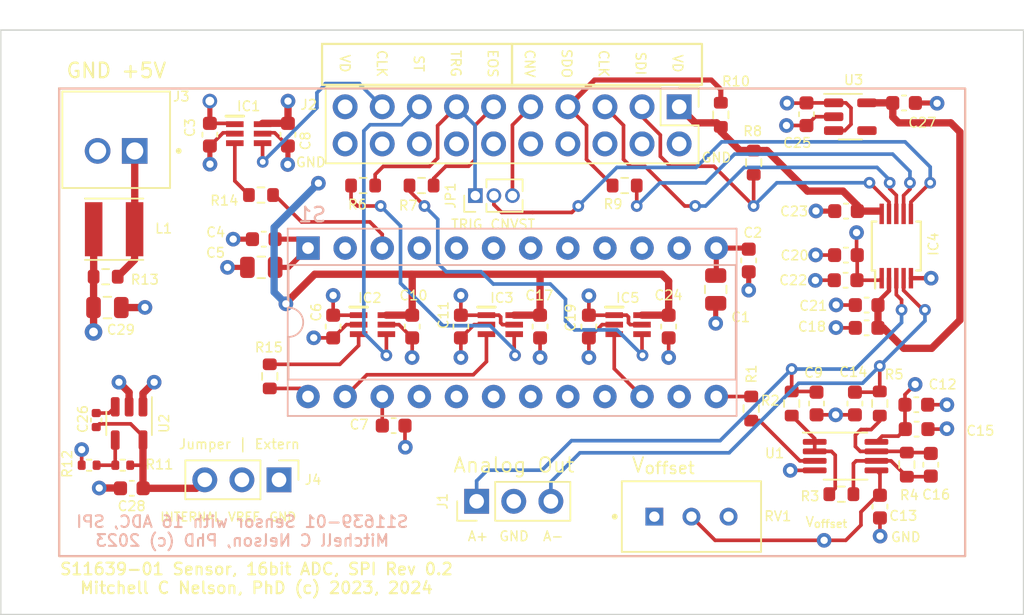
<source format=kicad_pcb>
(kicad_pcb (version 20211014) (generator pcbnew)
  (title_block (title "S11639-01 Sensor Board with SPI interface") (date "2023-12-25") (rev "0.1") (company "Mitchell C Nelson, PhD (c) 2023"))
  (layers (0 "F.Cu" signal) (1 "In1.Cu" signal) (2 "In2.Cu" signal) (31 "B.Cu" signal) (34 "B.Paste" user) (35 "F.Paste" user) (36 "B.SilkS" user "B.Silkscreen") (37 "F.SilkS" user "F.Silkscreen") (38 "B.Mask" user) (39 "F.Mask" user) (44 "Edge.Cuts" user))
  (net 0 "")
  (net 1 "+5V")
  (net 2 "Earth")
  (net 3 "Net-(C7-Pad1)")
  (net 4 "VD")
  (net 5 "Net-(C9-Pad2)")
  (net 6 "VAA")
  (net 7 "Net-(C13-Pad1)")
  (net 8 "Net-(C14-Pad1)")
  (net 9 "Net-(C16-Pad1)")
  (net 10 "Net-(C16-Pad2)")
  (net 11 "+1V8")
  (net 12 "Net-(C26-Pad2)")
  (net 13 "Net-(IC1-Pad3)")
  (net 14 "Net-(IC2-Pad3)")
  (net 15 "Net-(IC3-Pad3)")
  (net 16 "Net-(IC3-Pad4)")
  (net 17 "Net-(C26-Pad1)")
  (net 18 "Net-(IC4-Pad7)")
  (net 19 "Net-(R11-Pad2)")
  (net 20 "Net-(IC5-Pad3)")
  (net 21 "Net-(IC5-Pad4)")
  (net 22 "/+4_6.5V_input")
  (net 23 "Net-(R1-Pad1)")
  (net 24 "Net-(R1-Pad2)")
  (net 25 "Net-(R2-Pad1)")
  (net 41 "CCD:CLK")
  (net 42 "CCD:ST")
  (net 43 "SPI:SDI")
  (net 44 "SPI:CLK")
  (net 45 "Net-(J2-Pad9)")
  (net 46 "SPI:SDO")
  (net 47 "CCD:EOS")
  (net 48 "CCD:TRIG")
  (net 49 "SPI:CNVST")
  (net 50 "Net-(R14-Pad2)")
  (net 51 "Net-(R15-Pad2)")
  (footprint "Resistor_SMD:R_0603_1608Metric" (layer "F.Cu") (at 137.7 90.64 180)
    (fp_text reference "R9")
    (fp_text value "49.9")
  )
  (footprint "Capacitor_SMD:C_0603_1608Metric" (layer "F.Cu") (at 154.26 100.38 180)
    (fp_text reference "C18")
    (fp_text value "1uF")
  )
  (footprint "Capacitor_SMD:C_0603_1608Metric" (layer "F.Cu") (at 113 94.31 180)
    (fp_text reference "C4")
    (fp_text value "0.1uF")
  )
  (footprint "Capacitor_SMD:C_0603_1608Metric" (layer "F.Cu") (at 117.75 100.29 -90)
    (fp_text reference "C6")
    (fp_text value "0.1uF")
  )
  (footprint "Resistor_SMD:R_0603_1608Metric" (layer "F.Cu") (at 157.01 109.74 -90)
    (fp_text reference "R4")
    (fp_text value "2k")
  )
  (footprint "Capacitor_SMD:C_0603_1608Metric" (layer "F.Cu") (at 157.68 107.31)
    (fp_text reference "C15")
    (fp_text value "0.1uF")
  )
  (footprint "Connector_PinHeader_2.54mm:PinHeader_1x03_P2.54mm_Vertical" (layer "F.Cu") (at 114.045 110.78 -90)
    (fp_text reference "J4")
    (fp_text value "Conn_01x03_Male")
  )
  (footprint "Capacitor_SMD:C_0603_1608Metric" (layer "F.Cu") (at 114.653332 87.16 -90)
    (fp_text reference "C8")
    (fp_text value "0.1uF")
  )
  (footprint "Resistor_SMD:R_0603_1608Metric" (layer "F.Cu") (at 146.36 105.9 -90)
    (fp_text reference "R1")
    (fp_text value "100")
  )
  (footprint "BournsTrimPot_3296W-1-502LF:TRIM_3296W-1-502LF" (layer "F.Cu") (at 142.27 113.3)
    (fp_text reference "RV1")
    (fp_text value "10K")
  )
  (footprint "Resistor_SMD:R_0603_1608Metric" (layer "F.Cu") (at 144.28 85.8 90)
    (fp_text reference "R10")
    (fp_text value "30K")
  )
  (footprint "Package_TO_SOT_SMD:SOT-23-5" (layer "F.Cu") (at 153.1425 85.93)
    (fp_text reference "U3")
    (fp_text value "TPS72218")
  )
  (footprint "Capacitor_SMD:C_0603_1608Metric" (layer "F.Cu") (at 152.84 95.4 180)
    (fp_text reference "C20")
    (fp_text value "10uF")
  )
  (footprint "Package_TO_SOT_SMD:TSOT-23-5" (layer "F.Cu") (at 103.785 106.92 -90)
    (fp_text reference "U2")
    (fp_text value "LT1761-BYP")
  )
  (footprint "Package_SO:MSOP-10_3x3mm_P0.5mm" (layer "F.Cu") (at 156.29 94.78 90)
    (fp_text reference "IC4")
    (fp_text value "MCP33131D-10-I_MS")
  )
  (footprint "Connector_PinHeader_2.54mm:PinHeader_2x10_P2.54mm_Vertical" (layer "F.Cu") (at 141.43 85.25 -90)
    (fp_text reference "J2")
    (fp_text value "Conn_02x10_Odd_Even")
  )
  (footprint "Capacitor_SMD:C_0805_2012Metric" (layer "F.Cu") (at 112.83 96.24 180)
    (fp_text reference "C5")
    (fp_text value "22uF")
  )
  (footprint "Resistor_SMD:R_0603_1608Metric" (layer "F.Cu") (at 113.41 103.7 -90)
    (fp_text reference "R15")
    (fp_text value "82")
  )
  (footprint "74VLC1T45GW_125:SOT65P210X110-6N" (layer "F.Cu") (at 120.443334 100.16)
    (fp_text reference "IC2")
    (fp_text value "74LVC1T45GW,125" hide)
  )
  (footprint "Resistor_SMD:R_0402_1005Metric" (layer "F.Cu") (at 101.05 109.78 180)
    (fp_text reference "R12")
    (fp_text value "4.4K")
  )
  (footprint "Resistor_SMD:R_0603_1608Metric" (layer "F.Cu") (at 149.13 105.5575 90)
    (fp_text reference "R2")
    (fp_text value "24.9")
  )
  (footprint "Resistor_SMD:R_0603_1608Metric" (layer "F.Cu") (at 123.8 90.64)
    (fp_text reference "R7")
    (fp_text value "49.9")
  )
  (footprint "Connector_PinHeader_1.27mm:PinHeader_1x03_P1.27mm_Vertical" (layer "F.Cu") (at 127.48 91.33 90)
    (fp_text reference "JP1")
    (fp_text value "Jumper_3_Bridged12")
  )
  (footprint "Capacitor_SMD:C_0603_1608Metric" (layer "F.Cu") (at 146.19 95.77 -90)
    (fp_text reference "C2")
    (fp_text value "0.1uF")
  )
  (footprint "Capacitor_SMD:C_0603_1608Metric" (layer "F.Cu") (at 103.97 111.36 180)
    (fp_text reference "C28")
    (fp_text value "10uF")
  )
  (footprint "Capacitor_SMD:C_0603_1608Metric" (layer "F.Cu") (at 152.85 92.39 180)
    (fp_text reference "C23")
    (fp_text value "0.1uF")
  )
  (footprint "Capacitor_SMD:C_0603_1608Metric" (layer "F.Cu") (at 150.1425 85.76 -90)
    (fp_text reference "C25")
    (fp_text value "1uF")
  )
  (footprint "Capacitor_SMD:C_0603_1608Metric" (layer "F.Cu") (at 153.4575 105.5575 -90)
    (fp_text reference "C14")
    (fp_text value "1nF")
  )
  (footprint "Resistor_SMD:R_0603_1608Metric" (layer "F.Cu") (at 102.18 96.88 180)
    (fp_text reference "R13")
    (fp_text value "100")
  )
  (footprint "Inductor_SMD:L_Taiyo-Yuden_NR-40xx" (layer "F.Cu") (at 102.76 93.63 180)
    (fp_text reference "L1")
    (fp_text value "10uH")
  )
  (footprint "Resistor_SMD:R_0603_1608Metric" (layer "F.Cu") (at 146.53 89.07 -90)
    (fp_text reference "R8")
    (fp_text value "10K")
  )
  (footprint "Capacitor_SMD:C_0603_1608Metric" (layer "F.Cu") (at 131.91 100.29 -90)
    (fp_text reference "C17")
    (fp_text value "0.1uF")
  )
  (footprint "Capacitor_SMD:C_0603_1608Metric" (layer "F.Cu") (at 152.82 97.12 180)
    (fp_text reference "C22")
    (fp_text value "100pf")
  )
  (footprint "Capacitor_SMD:C_0603_1608Metric" (layer "F.Cu") (at 123.16 100.29 -90)
    (fp_text reference "C10")
    (fp_text value "0.1uF")
  )
  (footprint "Resistor_SMD:R_0402_1005Metric" (layer "F.Cu") (at 103.35 109.78 180)
    (fp_text reference "R11")
    (fp_text value "10K")
  )
  (footprint "Connector_PinHeader_2.54mm:PinHeader_1x03_P2.54mm_Vertical" (layer "F.Cu") (at 127.57 112.25 90)
    (fp_text reference "J1")
    (fp_text value "Conn_01x03_Male")
  )
  (footprint "Capacitor_SMD:C_0805_2012Metric" (layer "F.Cu") (at 102.3 98.99)
    (fp_text reference "C29")
    (fp_text value "22uF")
  )
  (footprint "Capacitor_SMD:C_0603_1608Metric" (layer "F.Cu") (at 154.26 98.82 180)
    (fp_text reference "C21")
    (fp_text value "0.1uF")
  )
  (footprint "Capacitor_SMD:C_0603_1608Metric" (layer "F.Cu") (at 121.89 107.07)
    (fp_text reference "C7")
    (fp_text value "1uF")
  )
  (footprint "Capacitor_SMD:C_0603_1608Metric" (layer "F.Cu") (at 150.83 105.5575 90)
    (fp_text reference "C9")
    (fp_text value "1nF")
  )
  (footprint "Resistor_SMD:R_0603_1608Metric" (layer "F.Cu") (at 112.81 91.29)
    (fp_text reference "R14")
    (fp_text value "82")
  )
  (footprint "Capacitor_SMD:C_0603_1608Metric" (layer "F.Cu") (at 140.71 100.29 -90)
    (fp_text reference "C24")
    (fp_text value "0.1uF")
  )
  (footprint "74VLC1T45GW_125:SOT65P210X110-6N" (layer "F.Cu") (at 137.936668 100.16)
    (fp_text reference "IC5")
    (fp_text value "74LVC1T45GW,125" hide)
  )
  (footprint "Resistor_SMD:R_0603_1608Metric" (layer "F.Cu") (at 152.53 111.7625)
    (fp_text reference "R3")
    (fp_text value "2k")
  )
  (footprint "Capacitor_SMD:C_0402_1005Metric" (layer "F.Cu") (at 101.535 106.69 90)
    (fp_text reference "C26")
    (fp_text value "0.01uF")
  )
  (footprint "Package_SO:MSOP-8_3x3mm_P0.65mm" (layer "F.Cu") (at 152.8175 109.1575)
    (fp_text reference "U1")
    (fp_text value "ADA4807-2ARMZ-R7")
  )
  (footprint "74VLC1T45GW_125:SOT65P210X110-6N" (layer "F.Cu") (at 111.97 87.09)
    (fp_text reference "IC1")
    (fp_text value "74LVC1T45GW,125" hide)
  )
  (footprint "Capacitor_SMD:C_0603_1608Metric" (layer "F.Cu") (at 157.66 105.64)
    (fp_text reference "C12")
    (fp_text value "10uF")
  )
  (footprint "74VLC1T45GW_125:SOT65P210X110-6N" (layer "F.Cu") (at 129.19 100.16)
    (fp_text reference "IC3")
    (fp_text value "74LVC1T45GW,125" hide)
  )
  (footprint "705430001:MOLEX_705430001" (layer "F.Cu") (at 102.9 88.27)
    (fp_text reference "J3")
    (fp_text value "705430001")
  )
  (footprint "Capacitor_SMD:C_0805_2012Metric" (layer "F.Cu") (at 143.93 97.75 -90)
    (fp_text reference "C1")
    (fp_text value "22uF")
  )
  (footprint "Capacitor_SMD:C_0603_1608Metric" (layer "F.Cu") (at 135.25 100.29 -90)
    (fp_text reference "C19")
    (fp_text value "0.1uF")
  )
  (footprint "Resistor_SMD:R_0603_1608Metric" (layer "F.Cu") (at 155.1575 105.5575 90)
    (fp_text reference "R5")
    (fp_text value "24.9")
  )
  (footprint "Capacitor_SMD:C_0603_1608Metric" (layer "F.Cu") (at 158.65 109.75 -90)
    (fp_text reference "C16")
    (fp_text value "2p")
  )
  (footprint "Capacitor_SMD:C_0603_1608Metric" (layer "F.Cu") (at 156.82 84.99)
    (fp_text reference "C27")
    (fp_text value "1uF")
  )
  (footprint "Capacitor_SMD:C_0603_1608Metric" (layer "F.Cu") (at 126.49 100.29 -90)
    (fp_text reference "C11")
    (fp_text value "0.1uF")
  )
  (footprint "Capacitor_SMD:C_0603_1608Metric" (layer "F.Cu") (at 109.313332 87.16 -90)
    (fp_text reference "C3")
    (fp_text value "0.1uF")
  )
  (footprint "Capacitor_SMD:C_0603_1608Metric" (layer "F.Cu") (at 155.17 112.6125 -90)
    (fp_text reference "C13")
    (fp_text value "0.1uF")
  )
  (footprint "Resistor_SMD:R_0603_1608Metric" (layer "F.Cu") (at 119.8 90.64)
    (fp_text reference "R6")
    (fp_text value "49.9")
  )
  (footprint "Package_DIP:DIP-24_W10.16mm_Socket" (layer "B.Cu") (at 116.03 94.92 -90)
    (fp_text reference "S1")
    (fp_text value "S11639-01")
  )
  (gr_rect (start 99 116) (end 161 84) (layer "B.SilkS") (width 0.15) (fill none))
  (gr_rect (start 116.99 80.95) (end 129.99 83.75) (layer "F.SilkS") (width 0.15) (fill none))
  (gr_rect (start 129.99 80.95) (end 142.99 83.75) (layer "F.SilkS") (width 0.15) (fill none))
  (gr_rect (start 99 84) (end 161 116) (layer "F.SilkS") (width 0.15) (fill none))
  (gr_rect (start 95 80) (end 165 120) (layer "Edge.Cuts") (width 0.1) (fill none))
  (gr_text "S11639-01 Sensor with 16 ADC, SPI\nMitchell C Nelson, PhD (c) 2023" (at 111.53 114.29) (layer "B.SilkS") (effects (font (size 0.8 0.8) (thickness 0.14)) (justify mirror)))
  (gr_text "GND" (at 101.03 82.77) (layer "F.SilkS") (effects (font (size 1 1))))
  (gr_text "A+" (at 127.66 114.64) (layer "F.SilkS") (effects (font (size 0.66 0.66) (thickness 0.1))))
  (gr_text "SDO" (at 133.73 82.29 270) (layer "F.SilkS") (effects (font (size 0.66 0.66) (thickness 0.1))))
  (gr_text "CNVST" (at 130.04 93.3) (layer "F.SilkS") (effects (font (size 0.66 0.66) (thickness 0.1))))
  (gr_text "SDI" (at 138.79 82.29 270) (layer "F.SilkS") (effects (font (size 0.66 0.66) (thickness 0.1))))
  (gr_text "INTERNAL" (at 108 113.32) (layer "F.SilkS") (effects (font (size 0.6 0.6) (thickness 0.1))))
  (gr_text "Analog Out" (at 130.12 109.77) (layer "F.SilkS") (effects (font (size 1 1) (thickness 0.12))))
  (gr_text "GND" (at 114.3 113.32) (layer "F.SilkS") (effects (font (size 0.6 0.6) (thickness 0.1))))
  (gr_text "S11639-01 Sensor, 16bit ADC, SPI Rev 0.2\nMitchell C Nelson, PhD (c) 2023, 2024" (at 112.5 117.53) (layer "F.SilkS") (effects (font (size 0.8 0.8) (thickness 0.14))))
  (gr_text "TRIG" (at 126.9 93.3) (layer "F.SilkS") (effects (font (size 0.66 0.66) (thickness 0.1))))
  (gr_text "VD" (at 118.55 82.29 270) (layer "F.SilkS") (effects (font (size 0.66 0.66) (thickness 0.1))))
  (gr_text "ST" (at 123.61 82.29 270) (layer "F.SilkS") (effects (font (size 0.66 0.66) (thickness 0.1))))
  (gr_text "CLK" (at 121.08 82.29 270) (layer "F.SilkS") (effects (font (size 0.66 0.66) (thickness 0.1))))
  (gr_text "GND" (at 143.98 88.73) (layer "F.SilkS") (effects (font (size 0.66 0.66) (thickness 0.1))))
  (gr_text "V_{offset}" (at 151.5 113.66) (layer "F.SilkS") (effects (font (size 0.66 0.66) (thickness 0.1))))
  (gr_text "GND" (at 130.13 114.64) (layer "F.SilkS") (effects (font (size 0.66 0.66) (thickness 0.1))))
  (gr_text "A-" (at 132.81 114.64) (layer "F.SilkS") (effects (font (size 0.66 0.66) (thickness 0.1))))
  (gr_text "TRG" (at 126.14 82.29 270) (layer "F.SilkS") (effects (font (size 0.66 0.66) (thickness 0.1))))
  (gr_text "EOS" (at 128.67 82.29 270) (layer "F.SilkS") (effects (font (size 0.66 0.66) (thickness 0.1))))
  (gr_text "VD" (at 141.32 82.29 270) (layer "F.SilkS") (effects (font (size 0.66 0.66) (thickness 0.1))))
  (gr_text "GND" (at 116.22 89.05) (layer "F.SilkS") (effects (font (size 0.66 0.66) (thickness 0.1))))
  (gr_text "VREF" (at 111.65 113.32) (layer "F.SilkS") (effects (font (size 0.6 0.6) (thickness 0.1))))
  (gr_text "CNV" (at 131.2 82.29 270) (layer "F.SilkS") (effects (font (size 0.66 0.66) (thickness 0.1))))
  (gr_text "+5V" (at 104.79 82.77) (layer "F.SilkS") (effects (font (size 1 1))))
  (gr_text "Jumper | Extern" (at 107.13 108.34) (layer "F.SilkS") (effects (font (size 0.66 0.66) (thickness 0.1)) (justify left)))
  (gr_text "GND" (at 156.94 114.7) (layer "F.SilkS") (effects (font (size 0.66 0.66) (thickness 0.1))))
  (gr_text "CLK" (at 136.26 82.29 270) (layer "F.SilkS") (effects (font (size 0.66 0.66) (thickness 0.1))))
  (gr_text "V_{offset}" (at 140.34 109.77) (layer "F.SilkS") (effects (font (size 1 1) (thickness 0.12))))
  (segment (start 113.78 96.24) (end 114.71 96.24) (width 0.35) (layer "F.Cu") (net 1))
  (segment (start 137.961668 100.035) (end 138.086668 100.16) (width 0.25) (layer "F.Cu") (net 1))
  (segment (start 137.836668 99.51) (end 137.961668 99.635) (width 0.25) (layer "F.Cu") (net 1))
  (segment (start 152.76 86.88) (end 153.19 86.45) (width 0.25) (layer "F.Cu") (net 1))
  (segment (start 104.735 105.7825) (end 104.735 104.865) (width 0.5) (layer "F.Cu") (net 1))
  (segment (start 137.961668 99.635) (end 137.961668 100.035) (width 0.25) (layer "F.Cu") (net 1))
  (segment (start 129.09 99.51) (end 129.215 99.635) (width 0.25) (layer "F.Cu") (net 1))
  (segment (start 152.84 84.98) (end 152.005 84.98) (width 0.25) (layer "F.Cu") (net 1))
  (segment (start 153.19 85.33) (end 152.84 84.98) (width 0.25) (layer "F.Cu") (net 1))
  (segment (start 138.086668 100.16) (end 138.886668 100.16) (width 0.25) (layer "F.Cu") (net 1))
  (segment (start 119.488334 99.515) (end 119.493334 99.51) (width 0.25) (layer "F.Cu") (net 1))
  (segment (start 148.8125 85) (end 150.1275 85) (width 0.25) (layer "F.Cu") (net 1))
  (segment (start 101.355 96.88) (end 101.355 98.985) (width 0.5) (layer "F.Cu") (net 1))
  (segment (start 150.1425 84.985) (end 152 84.985) (width 0.25) (layer "F.Cu") (net 1))
  (segment (start 109.313332 84.863332) (end 109.31 84.86) (width 0.25) (layer "F.Cu") (net 1))
  (segment (start 136.986668 99.51) (end 137.836668 99.51) (width 0.25) (layer "F.Cu") (net 1))
  (segment (start 126.49 99.515) (end 128.235 99.515) (width 0.25) (layer "F.Cu") (net 1))
  (segment (start 128.24 99.51) (end 129.09 99.51) (width 0.25) (layer "F.Cu") (net 1))
  (segment (start 152 84.985) (end 152.005 84.98) (width 0.25) (layer "F.Cu") (net 1))
  (segment (start 101.36 96.875) (end 101.355 96.88) (width 0.25) (layer "F.Cu") (net 1))
  (segment (start 114.71 96.24) (end 116.03 94.92) (width 0.35) (layer "F.Cu") (net 1))
  (segment (start 150.1275 85) (end 150.1425 84.985) (width 0.25) (layer "F.Cu") (net 1))
  (segment (start 117.75 99.515) (end 119.488334 99.515) (width 0.25) (layer "F.Cu") (net 1))
  (segment (start 109.313332 86.385) (end 111.015 86.385) (width 0.25) (layer "F.Cu") (net 1))
  (segment (start 115.42 94.31) (end 116.03 94.92) (width 0.35) (layer "F.Cu") (net 1))
  (segment (start 136.981668 99.515) (end 136.986668 99.51) (width 0.25) (layer "F.Cu") (net 1))
  (segment (start 126.49 99.515) (end 126.49 98.16) (width 0.25) (layer "F.Cu") (net 1))
  (segment (start 146.115 94.92) (end 146.19 94.995) (width 0.25) (layer "F.Cu") (net 1))
  (segment (start 128.235 99.515) (end 128.24 99.51) (width 0.25) (layer "F.Cu") (net 1))
  (segment (start 143.97 94.92) (end 146.115 94.92) (width 0.35) (layer "F.Cu") (net 1))
  (segment (start 129.34 100.16) (end 130.14 100.16) (width 0.25) (layer "F.Cu") (net 1))
  (segment (start 143.97 96.76) (end 143.93 96.8) (width 0.25) (layer "F.Cu") (net 1))
  (segment (start 109.313332 86.385) (end 109.313332 84.863332) (width 0.35) (layer "F.Cu") (net 1))
  (segment (start 129.215 100.035) (end 129.34 100.16) (width 0.25) (layer "F.Cu") (net 1))
  (segment (start 129.215 99.635) (end 129.215 100.035) (width 0.25) (layer "F.Cu") (net 1))
  (segment (start 153.19 86.45) (end 153.19 85.33) (width 0.25) (layer "F.Cu") (net 1))
  (segment (start 143.97 94.92) (end 143.97 96.76) (width 0.35) (layer "F.Cu") (net 1))
  (segment (start 104.735 104.865) (end 105.5 104.1) (width 0.5) (layer "F.Cu") (net 1))
  (segment (start 135.25 99.515) (end 135.25 98.18) (width 0.25) (layer "F.Cu") (net 1))
  (segment (start 135.25 99.515) (end 136.981668 99.515) (width 0.25) (layer "F.Cu") (net 1))
  (segment (start 152.005 86.88) (end 152.76 86.88) (width 0.25) (layer "F.Cu") (net 1))
  (segment (start 113.775 94.31) (end 115.42 94.31) (width 0.35) (layer "F.Cu") (net 1))
  (segment (start 117.75 99.515) (end 117.75 98.16) (width 0.25) (layer "F.Cu") (net 1))
  (segment (start 101.355 98.985) (end 101.355 100.655) (width 0.5) (layer "F.Cu") (net 1))
  (segment (start 101.36 93.63) (end 101.36 96.875) (width 0.5) (layer "F.Cu") (net 1))
  (via (at 148.8125 85) (size 1) (drill 0.5) (layers "F.Cu" "B.Cu") (net 1))
  (via (at 109.31 84.86) (size 1) (drill 0.6) (layers "F.Cu" "B.Cu") (net 1))
  (via (at 105.5 104.1) (size 1) (drill 0.5) (layers "F.Cu" "B.Cu") (net 1))
  (via (at 126.49 98.16) (size 1) (drill 0.5) (layers "F.Cu" "B.Cu") (net 1))
  (via (at 101.35 100.66) (size 1.2) (drill 0.6) (layers "F.Cu" "B.Cu") (net 1))
  (via (at 135.25 98.18) (size 1) (drill 0.5) (layers "F.Cu" "B.Cu") (net 1))
  (via (at 117.75 98.16) (size 1) (drill 0.5) (layers "F.Cu" "B.Cu") (net 1))
  (segment (start 152.14 106.3325) (end 153.4575 106.3325) (width 0.25) (layer "F.Cu") (net 2))
  (segment (start 127.395 100.16) (end 128.24 100.16) (width 0.25) (layer "F.Cu") (net 2))
  (segment (start 123.16 102.4) (end 123.15 102.41) (width 0.25) (layer "F.Cu") (net 2))
  (segment (start 131.91 101.065) (end 131.91 102.41) (width 0.25) (layer "F.Cu") (net 2))
  (segment (start 122.665 108.525) (end 122.69 108.55) (width 0.25) (layer "F.Cu") (net 2))
  (segment (start 153.485 98.82) (end 152.18 98.82) (width 0.25) (layer "F.Cu") (net 2))
  (segment (start 152.065 95.4) (end 150.78 95.4) (width 0.25) (layer "F.Cu") (net 2))
  (segment (start 111.88 96.24) (end 110.52 96.24) (width 0.35) (layer "F.Cu") (net 2))
  (segment (start 158.455 107.31) (end 159.72 107.31) (width 0.25) (layer "F.Cu") (net 2))
  (segment (start 148.7725 86.53) (end 150.1375 86.53) (width 0.25) (layer "F.Cu") (net 2))
  (segment (start 112.92 87.03) (end 113.748332 87.03) (width 0.25) (layer "F.Cu") (net 2))
  (segment (start 140.71 101.065) (end 140.71 102.41) (width 0.25) (layer "F.Cu") (net 2))
  (segment (start 116.425 101.065) (end 116.42 101.06) (width 0.25) (layer "F.Cu") (net 2))
  (segment (start 149.03 110.1325) (end 150.705 110.1325) (width 0.25) (layer "F.Cu") (net 2))
  (segment (start 150.83 106.3325) (end 152.14 106.3325) (width 0.25) (layer "F.Cu") (net 2))
  (segment (start 159.72 107.31) (end 159.75 107.28) (width 0.25) (layer "F.Cu") (net 2))
  (segment (start 150.1375 86.53) (end 150.1425 86.535) (width 0.25) (layer "F.Cu") (net 2))
  (segment (start 118.655 100.16) (end 119.493334 100.16) (width 0.25) (layer "F.Cu") (net 2))
  (segment (start 103.785 104.795) (end 103.785 105.7825) (width 0.5) (layer "F.Cu") (net 2))
  (segment (start 150.76 97.12) (end 150.75 97.13) (width 0.25) (layer "F.Cu") (net 2))
  (segment (start 152.045 97.12) (end 150.76 97.12) (width 0.25) (layer "F.Cu") (net 2))
  (segment (start 150.78 95.4) (end 150.77 95.39) (width 0.25) (layer "F.Cu") (net 2))
  (segment (start 112.225 94.31) (end 110.91 94.31) (width 0.35) (layer "F.Cu") (net 2))
  (segment (start 117.75 101.065) (end 118.655 100.16) (width 0.25) (layer "F.Cu") (net 2))
  (segment (start 123.16 101.065) (end 123.16 102.4) (width 0.25) (layer "F.Cu") (net 2))
  (segment (start 114.653332 87.935) (end 114.653332 89.186668) (width 0.35) (layer "F.Cu") (net 2))
  (segment (start 150.7475 85.93) (end 152.005 85.93) (width 0.25) (layer "F.Cu") (net 2))
  (segment (start 152.18 100.38) (end 152.16 100.36) (width 0.25) (layer "F.Cu") (net 2))
  (segment (start 103.25 98.99) (end 104.86 98.99) (width 0.5) (layer "F.Cu") (net 2))
  (segment (start 113.748332 87.03) (end 114.653332 87.935) (width 0.25) (layer "F.Cu") (net 2))
  (segment (start 101.74 111.34) (end 103.175 111.34) (width 0.5) (layer "F.Cu") (net 2))
  (segment (start 158.435 105.64) (end 159.75 105.64) (width 0.25) (layer "F.Cu") (net 2))
  (segment (start 109.313332 87.935) (end 109.313332 89.173332) (width 0.35) (layer "F.Cu") (net 2))
  (segment (start 155.17 114.6225) (end 155.18 114.6325) (width 0.25) (layer "F.Cu") (net 2))
  (segment (start 152.18 98.82) (end 152.17 98.81) (width 0.25) (layer "F.Cu") (net 2))
  (segment (start 100.54 109.78) (end 100.54 108.71) (width 0.25) (layer "F.Cu") (net 2))
  (segment (start 122.665 107.07) (end 122.665 108.525) (width 0.25) (layer "F.Cu") (net 2))
  (segment (start 136.155 100.16) (end 135.25 101.065) (width 0.25) (layer "F.Cu") (net 2))
  (segment (start 152.075 92.39) (end 150.8 92.39) (width 0.35) (layer "F.Cu") (net 2))
  (segment (start 155.17 113.3875) (end 155.17 114.6225) (width 0.25) (layer "F.Cu") (net 2))
  (segment (start 121.393334 100.16) (end 122.255 100.16) (width 0.25) (layer "F.Cu") (net 2))
  (segment (start 103.09 104.1) (end 103.785 104.795) (width 0.5) (layer "F.Cu") (net 2))
  (segment (start 146.19 96.545) (end 146.19 97.8) (width 0.35) (layer "F.Cu") (net 2))
  (segment (start 126.49 101.065) (end 126.49 102.37) (width 0.25) (layer "F.Cu") (net 2))
  (segment (start 153.485 100.38) (end 152.18 100.38) (width 0.25) (layer "F.Cu") (net 2))
  (segment (start 157.595 84.99) (end 159.06 84.99) (width 0.35) (layer "F.Cu") (net 2))
  (segment (start 150.1425 86.535) (end 150.7475 85.93) (width 0.25) (layer "F.Cu") (net 2))
  (segment (start 117.75 101.065) (end 116.425 101.065) (width 0.25) (layer "F.Cu") (net 2))
  (segment (start 111.02 87.03) (end 110.218332 87.03) (width 0.25) (layer "F.Cu") (net 2))
  (segment (start 143.93 98.7) (end 143.93 100.07) (width 0.35) (layer "F.Cu") (net 2))
  (segment (start 110.218332 87.03) (end 109.313332 87.935) (width 0.25) (layer "F.Cu") (net 2))
  (segment (start 122.255 100.16) (end 123.16 101.065) (width 0.25) (layer "F.Cu") (net 2))
  (segment (start 150.8 92.39) (end 150.79 92.38) (width 0.25) (layer "F.Cu") (net 2))
  (segment (start 114.653332 89.186668) (end 114.64 89.2) (width 0.25) (layer "F.Cu") (net 2))
  (segment (start 109.313332 89.173332) (end 109.32 89.18) (width 0.25) (layer "F.Cu") (net 2))
  (segment (start 103.175 111.34) (end 103.195 111.36) (width 0.25) (layer "F.Cu") (net 2))
  (segment (start 135.25 101.065) (end 135.25 102.37) (width 0.25) (layer "F.Cu") (net 2))
  (segment (start 126.49 101.065) (end 127.395 100.16) (width 0.25) (layer "F.Cu") (net 2))
  (segment (start 157.29 96.98) (end 158.67 96.98) (width 0.3) (layer "F.Cu") (net 2))
  (segment (start 136.986668 100.16) (end 136.155 100.16) (width 0.25) (layer "F.Cu") (net 2))
  (segment (start 159.06 84.99) (end 159.08 85.01) (width 0.25) (layer "F.Cu") (net 2))
  (via (at 150.75 97.13) (size 1) (drill 0.5) (layers "F.Cu" "B.Cu") (net 2))
  (via (at 116.42 101.06) (size 1) (drill 0.5) (layers "F.Cu" "B.Cu") (net 2))
  (via (at 143.93 100.07) (size 1) (drill 0.5) (layers "F.Cu" "B.Cu") (net 2))
  (via (at 110.91 94.31) (size 1) (drill 0.5) (layers "F.Cu" "B.Cu") (net 2))
  (via (at 150.77 95.39) (size 1) (drill 0.5) (layers "F.Cu" "B.Cu") (net 2))
  (via (at 158.67 96.98) (size 1) (drill 0.5) (layers "F.Cu" "B.Cu") (net 2))
  (via (at 126.49 102.41) (size 1) (drill 0.5) (layers "F.Cu" "B.Cu") (net 2))
  (via (at 104.87 98.98) (size 1) (drill 0.5) (layers "F.Cu" "B.Cu") (net 2))
  (via (at 150.79 92.38) (size 1) (drill 0.5) (layers "F.Cu" "B.Cu") (net 2))
  (via (at 110.52 96.24) (size 1) (drill 0.5) (layers "F.Cu" "B.Cu") (net 2))
  (via (at 149.03 110.1325) (size 1) (drill 0.5) (layers "F.Cu" "B.Cu") (net 2))
  (via (at 131.91 102.41) (size 1) (drill 0.5) (layers "F.Cu" "B.Cu") (net 2))
  (via (at 155.18 114.6325) (size 1) (drill 0.5) (layers "F.Cu" "B.Cu") (net 2))
  (via (at 152.14 106.3325) (size 1) (drill 0.5) (layers "F.Cu" "B.Cu") (net 2))
  (via (at 148.7725 86.53) (size 1) (drill 0.5) (layers "F.Cu" "B.Cu") (net 2))
  (via (at 140.71 102.41) (size 1) (drill 0.5) (layers "F.Cu" "B.Cu") (net 2))
  (via (at 100.54 108.71) (size 1) (drill 0.5) (layers "F.Cu" "B.Cu") (net 2))
  (via (at 122.69 108.55) (size 1) (drill 0.5) (layers "F.Cu" "B.Cu") (net 2))
  (via (at 159.75 105.64) (size 1) (drill 0.5) (layers "F.Cu" "B.Cu") (net 2))
  (via (at 114.64 89.2) (size 1) (drill 0.5) (layers "F.Cu" "B.Cu") (net 2))
  (via (at 123.15 102.41) (size 1) (drill 0.5) (layers "F.Cu" "B.Cu") (net 2))
  (via (at 109.32 89.18) (size 1) (drill 0.5) (layers "F.Cu" "B.Cu") (net 2))
  (via (at 159.08 85.01) (size 1) (drill 0.5) (layers "F.Cu" "B.Cu") (net 2))
  (via (at 135.25 102.41) (size 1) (drill 0.5) (layers "F.Cu" "B.Cu") (net 2))
  (via (at 152.16 100.36) (size 1) (drill 0.5) (layers "F.Cu" "B.Cu") (net 2))
  (via (at 103.09 104.1) (size 1) (drill 0.5) (layers "F.Cu" "B.Cu") (net 2))
  (via (at 101.74 111.34) (size 1) (drill 0.5) (layers "F.Cu" "B.Cu") (net 2))
  (via (at 152.17 98.81) (size 1) (drill 0.5) (layers "F.Cu" "B.Cu") (net 2))
  (via (at 159.75 107.28) (size 1) (drill 0.5) (layers "F.Cu" "B.Cu") (net 2))
  (via (at 146.19 97.8) (size 1) (drill 0.5) (layers "F.Cu" "B.Cu") (net 2))
  (segment (start 121.11 107.065) (end 121.115 107.07) (width 0.25) (layer "F.Cu") (net 3))
  (segment (start 121.11 105.08) (end 121.11 107.065) (width 0.25) (layer "F.Cu") (net 3))
  (segment (start 114.515 98.735) (end 114.515 98.685) (width 0.5) (layer "F.Cu") (net 4))
  (segment (start 123.16 99.515) (end 123.16 96.75) (width 0.5) (layer "F.Cu") (net 4))
  (segment (start 121.393334 99.51) (end 123.155 99.51) (width 0.5) (layer "F.Cu") (net 4))
  (segment (start 130.14 99.51) (end 131.905 99.51) (width 0.5) (layer "F.Cu") (net 4))
  (segment (start 144.005 86.35) (end 144.28 86.625) (width 0.5) (layer "F.Cu") (net 4))
  (segment (start 143.6875 86.35) (end 144.005 86.35) (width 0.5) (layer "F.Cu") (net 4))
  (segment (start 152.64 91.02) (end 153.625 92.005) (width 0.5) (layer "F.Cu") (net 4))
  (segment (start 123.155 99.51) (end 123.16 99.515) (width 0.5) (layer "F.Cu") (net 4))
  (segment (start 131.91 96.71) (end 140.24 96.71) (width 0.5) (layer "F.Cu") (net 4))
  (segment (start 140.24 96.71) (end 140.71 97.18) (width 0.5) (layer "F.Cu") (net 4))
  (segment (start 145.5775 88.24) (end 146.525 88.24) (width 0.5) (layer "F.Cu") (net 4))
  (segment (start 140.705 99.51) (end 140.71 99.515) (width 0.5) (layer "F.Cu") (net 4))
  (segment (start 150.21 91.02) (end 152.64 91.02) (width 0.5) (layer "F.Cu") (net 4))
  (segment (start 146.53 88.245) (end 147.435 88.245) (width 0.5) (layer "F.Cu") (net 4))
  (segment (start 140.71 97.18) (end 140.71 99.515) (width 0.5) (layer "F.Cu") (net 4))
  (segment (start 123.16 96.75) (end 123.12 96.71) (width 0.5) (layer "F.Cu") (net 4))
  (segment (start 144.28 86.625) (end 144.28 86.9425) (width 0.5) (layer "F.Cu") (net 4))
  (segment (start 114.66 86.378332) (end 114.653332 86.385) (width 0.5) (layer "F.Cu") (net 4))
  (segment (start 114.515 98.685) (end 116.49 96.71) (width 0.5) (layer "F.Cu") (net 4))
  (segment (start 142.53 86.35) (end 143.6875 86.35) (width 0.5) (layer "F.Cu") (net 4))
  (segment (start 153.625 92.005) (end 153.625 92.39) (width 0.5) (layer "F.Cu") (net 4))
  (segment (start 131.91 99.515) (end 131.91 96.71) (width 0.5) (layer "F.Cu") (net 4))
  (segment (start 138.886668 99.51) (end 140.705 99.51) (width 0.5) (layer "F.Cu") (net 4))
  (segment (start 112.92 86.38) (end 114.648332 86.38) (width 0.5) (layer "F.Cu") (net 4))
  (segment (start 141.43 85.25) (end 142.53 86.35) (width 0.5) (layer "F.Cu") (net 4))
  (segment (start 114.66 84.86) (end 114.66 86.378332) (width 0.5) (layer "F.Cu") (net 4))
  (segment (start 144.28 86.9425) (end 145.5775 88.24) (width 0.5) (layer "F.Cu") (net 4))
  (segment (start 123.12 96.71) (end 131.91 96.71) (width 0.5) (layer "F.Cu") (net 4))
  (segment (start 147.435 88.245) (end 150.21 91.02) (width 0.5) (layer "F.Cu") (net 4))
  (segment (start 153.625 92.39) (end 155.1 92.39) (width 0.5) (layer "F.Cu") (net 4))
  (segment (start 131.905 99.51) (end 131.91 99.515) (width 0.5) (layer "F.Cu") (net 4))
  (segment (start 114.648332 86.38) (end 114.653332 86.385) (width 0.5) (layer "F.Cu") (net 4))
  (segment (start 116.49 96.71) (end 123.12 96.71) (width 0.5) (layer "F.Cu") (net 4))
  (segment (start 146.525 88.24) (end 146.53 88.245) (width 0.5) (layer "F.Cu") (net 4))
  (via (at 114.515 98.735) (size 1) (drill 0.5) (layers "F.Cu" "B.Cu") (net 4))
  (via (at 114.66 84.86) (size 1) (drill 0.5) (layers "F.Cu" "B.Cu") (net 4))
  (via (at 116.74 90.48) (size 1) (drill 0.5) (layers "F.Cu" "B.Cu") (net 4))
  (segment (start 113.71 97.93) (end 113.71 93.51) (width 0.5) (layer "B.Cu") (net 4))
  (segment (start 114.515 98.735) (end 113.71 97.93) (width 0.5) (layer "B.Cu") (net 4))
  (segment (start 113.71 93.51) (end 116.74 90.48) (width 0.5) (layer "B.Cu") (net 4))
  (segment (start 156.29 98.11) (end 156.65 98.47) (width 0.25) (layer "F.Cu") (net 5))
  (segment (start 149.13 104.7325) (end 150.78 104.7325) (width 0.25) (layer "F.Cu") (net 5))
  (segment (start 150.78 104.7325) (end 150.83 104.7825) (width 0.25) (layer "F.Cu") (net 5))
  (segment (start 156.29 96.98) (end 156.29 98.11) (width 0.25) (layer "F.Cu") (net 5))
  (segment (start 156.65 98.47) (end 156.65 99.15) (width 0.25) (layer "F.Cu") (net 5))
  (segment (start 149.13 104.7325) (end 149.13 103.2) (width 0.25) (layer "F.Cu") (net 5))
  (via (at 156.65 99.15) (size 0.8) (drill 0.4) (layers "F.Cu" "B.Cu") (net 5))
  (via (at 149.13 103.2) (size 0.8) (drill 0.4) (layers "F.Cu" "B.Cu") (net 5))
  (segment (start 127.57 110.85) (end 127.57 112.25) (width 0.25) (layer "B.Cu") (net 5))
  (segment (start 134.06 108.1) (end 132.04 110.12) (width 0.25) (layer "B.Cu") (net 5))
  (segment (start 149.13 103.2) (end 144.23 108.1) (width 0.25) (layer "B.Cu") (net 5))
  (segment (start 156.65 100.02) (end 156.65 99.15) (width 0.25) (layer "B.Cu") (net 5))
  (segment (start 153.47 103.2) (end 156.65 100.02) (width 0.25) (layer "B.Cu") (net 5))
  (segment (start 128.3 110.12) (end 127.57 110.85) (width 0.25) (layer "B.Cu") (net 5))
  (segment (start 144.23 108.1) (end 134.06 108.1) (width 0.25) (layer "B.Cu") (net 5))
  (segment (start 149.13 103.2) (end 153.47 103.2) (width 0.25) (layer "B.Cu") (net 5))
  (segment (start 132.04 110.12) (end 128.3 110.12) (width 0.25) (layer "B.Cu") (net 5))
  (segment (start 156.425 107.79) (end 156.905 107.31) (width 0.25) (layer "F.Cu") (net 6))
  (segment (start 157.58 104.25) (end 156.885 104.945) (width 0.25) (layer "F.Cu") (net 6))
  (segment (start 153.615 97.1) (end 153.595 97.12) (width 0.25) (layer "F.Cu") (net 6))
  (segment (start 153.57 95.355) (end 153.615 95.4) (width 0.25) (layer "F.Cu") (net 6))
  (segment (start 156.885 105.64) (end 156.885 107.29) (width 0.25) (layer "F.Cu") (net 6))
  (segment (start 155.3225 107.79) (end 156.425 107.79) (width 0.25) (layer "F.Cu") (net 6))
  (segment (start 155.15 97.12) (end 155.29 96.98) (width 0.25) (layer "F.Cu") (net 6))
  (segment (start 153.615 95.4) (end 153.615 97.1) (width 0.25) (layer "F.Cu") (net 6))
  (segment (start 154.93 108.1825) (end 155.3225 107.79) (width 0.25) (layer "F.Cu") (net 6))
  (segment (start 156.885 104.945) (end 156.885 105.64) (width 0.25) (layer "F.Cu") (net 6))
  (segment (start 153.595 97.12) (end 155.15 97.12) (width 0.25) (layer "F.Cu") (net 6))
  (segment (start 156.885 107.29) (end 156.905 107.31) (width 0.25) (layer "F.Cu") (net 6))
  (segment (start 153.57 93.86) (end 153.57 95.355) (width 0.25) (layer "F.Cu") (net 6))
  (via (at 157.58 104.25) (size 1) (drill 0.5) (layers "F.Cu" "B.Cu") (net 6))
  (via (at 153.57 93.86) (size 1) (drill 0.5) (layers "F.Cu" "B.Cu") (net 6))
  (segment (start 154.93 110.1325) (end 155.17 110.3725) (width 0.25) (layer "F.Cu") (net 7))
  (segment (start 143.89 114.92) (end 152.83 114.92) (width 0.25) (layer "F.Cu") (net 7))
  (segment (start 155.0125 111.8375) (end 155.17 111.8375) (width 0.25) (layer "F.Cu") (net 7))
  (segment (start 152.83 114.92) (end 153.87 113.88) (width 0.25) (layer "F.Cu") (net 7))
  (segment (start 155.17 110.3725) (end 155.17 111.8375) (width 0.25) (layer "F.Cu") (net 7))
  (segment (start 153.87 112.98) (end 155.0125 111.8375) (width 0.25) (layer "F.Cu") (net 7))
  (segment (start 153.87 113.88) (end 153.87 112.98) (width 0.25) (layer "F.Cu") (net 7))
  (segment (start 142.27 113.3) (end 143.89 114.92) (width 0.25) (layer "F.Cu") (net 7))
  (via (at 151.35 114.92) (size 1) (drill 0.5) (layers "F.Cu" "B.Cu") (net 7))
  (segment (start 153.4575 104.7825) (end 155.1075 104.7825) (width 0.25) (layer "F.Cu") (net 8))
  (segment (start 155.1575 102.9925) (end 155.1575 104.7325) (width 0.25) (layer "F.Cu") (net 8))
  (segment (start 155.1075 104.7825) (end 155.1575 104.7325) (width 0.25) (layer "F.Cu") (net 8))
  (segment (start 156.79 97.82) (end 156.79 96.98) (width 0.25) (layer "F.Cu") (net 8))
  (segment (start 158.12 99.15) (end 156.79 97.82) (width 0.25) (layer "F.Cu") (net 8))
  (segment (start 158.25 99.15) (end 158.12 99.15) (width 0.25) (layer "F.Cu") (net 8))
  (via (at 155.1575 102.9925) (size 0.8) (drill 0.4) (layers "F.Cu" "B.Cu") (net 8))
  (via (at 158.25 99.15) (size 0.8) (drill 0.4) (layers "F.Cu" "B.Cu") (net 8))
  (segment (start 132.65 112.25) (end 132.65 110.92) (width 0.25) (layer "B.Cu") (net 8))
  (segment (start 158.25 99.9) (end 158.25 99.15) (width 0.25) (layer "B.Cu") (net 8))
  (segment (start 155.1575 102.9925) (end 158.25 99.9) (width 0.25) (layer "B.Cu") (net 8))
  (segment (start 144.85 108.93) (end 149.61 104.17) (width 0.25) (layer "B.Cu") (net 8))
  (segment (start 149.61 104.17) (end 153.98 104.17) (width 0.25) (layer "B.Cu") (net 8))
  (segment (start 134.64 108.93) (end 144.85 108.93) (width 0.25) (layer "B.Cu") (net 8))
  (segment (start 153.98 104.17) (end 155.1575 102.9925) (width 0.25) (layer "B.Cu") (net 8))
  (segment (start 132.65 110.92) (end 134.64 108.93) (width 0.25) (layer "B.Cu") (net 8))
  (segment (start 156.9275 108.8325) (end 157.01 108.915) (width 0.25) (layer "F.Cu") (net 9))
  (segment (start 157.01 108.915) (end 158.59 108.915) (width 0.25) (layer "F.Cu") (net 9))
  (segment (start 153.49 108.5) (end 153.49 107.72) (width 0.25) (layer "F.Cu") (net 9))
  (segment (start 154.26 107.34) (end 154.57 107.34) (width 0.25) (layer "F.Cu") (net 9))
  (segment (start 154.57 107.34) (end 155.1575 106.7525) (width 0.25) (layer "F.Cu") (net 9))
  (segment (start 155.1575 106.7525) (end 155.1575 106.3825) (width 0.25) (layer "F.Cu") (net 9))
  (segment (start 153.49 107.72) (end 153.87 107.34) (width 0.25) (layer "F.Cu") (net 9))
  (segment (start 158.59 108.915) (end 158.65 108.975) (width 0.25) (layer "F.Cu") (net 9))
  (segment (start 153.87 107.34) (end 154.26 107.34) (width 0.25) (layer "F.Cu") (net 9))
  (segment (start 154.93 108.8325) (end 153.8225 108.8325) (width 0.25) (layer "F.Cu") (net 9))
  (segment (start 153.8225 108.8325) (end 153.49 108.5) (width 0.25) (layer "F.Cu") (net 9))
  (segment (start 154.93 108.8325) (end 156.9275 108.8325) (width 0.25) (layer "F.Cu") (net 9))
  (segment (start 158.61 110.565) (end 158.65 110.525) (width 0.25) (layer "F.Cu") (net 10))
  (segment (start 153.355 109.6675) (end 153.54 109.4825) (width 0.25) (layer "F.Cu") (net 10))
  (segment (start 153.54 109.4825) (end 154.93 109.4825) (width 0.25) (layer "F.Cu") (net 10))
  (segment (start 157.01 110.565) (end 158.61 110.565) (width 0.25) (layer "F.Cu") (net 10))
  (segment (start 154.93 109.4825) (end 155.9275 109.4825) (width 0.25) (layer "F.Cu") (net 10))
  (segment (start 153.355 111.7625) (end 153.355 109.6675) (width 0.25) (layer "F.Cu") (net 10))
  (segment (start 155.9275 109.4825) (end 157.01 110.565) (width 0.25) (layer "F.Cu") (net 10))
  (segment (start 156.035 84.98) (end 156.045 84.99) (width 0.5) (layer "F.Cu") (net 11))
  (segment (start 155.4 100.38) (end 155.035 100.38) (width 0.5) (layer "F.Cu") (net 11))
  (segment (start 156.8 101.78) (end 155.4 100.38) (width 0.5) (layer "F.Cu") (net 11))
  (segment (start 156.05 85.95) (end 156.45 86.35) (width 0.5) (layer "F.Cu") (net 11))
  (segment (start 155.79 96.98) (end 155.79 97.84) (width 0.3) (layer "F.Cu") (net 11))
  (segment (start 160.02 86.35) (end 160.64 86.97) (width 0.5) (layer "F.Cu") (net 11))
  (segment (start 155.035 98.82) (end 155.035 100.38) (width 0.5) (layer "F.Cu") (net 11))
  (segment (start 154.28 84.98) (end 156.035 84.98) (width 0.5) (layer "F.Cu") (net 11))
  (segment (start 156.05 84.995) (end 156.05 85.95) (width 0.5) (layer "F.Cu") (net 11))
  (segment (start 155.035 98.595) (end 155.035 98.82) (width 0.25) (layer "F.Cu") (net 11))
  (segment (start 155.79 97.84) (end 155.035 98.595) (width 0.3) (layer "F.Cu") (net 11))
  (segment (start 156.45 86.35) (end 160.02 86.35) (width 0.5) (layer "F.Cu") (net 11))
  (segment (start 158.71 101.78) (end 156.8 101.78) (width 0.5) (layer "F.Cu") (net 11))
  (segment (start 156.045 84.99) (end 156.05 84.995) (width 0.5) (layer "F.Cu") (net 11))
  (segment (start 160.64 99.85) (end 158.71 101.78) (width 0.5) (layer "F.Cu") (net 11))
  (segment (start 160.64 86.97) (end 160.64 99.85) (width 0.5) (layer "F.Cu") (net 11))
  (segment (start 101.535 106.21) (end 102.4075 106.21) (width 0.25) (layer "F.Cu") (net 12))
  (segment (start 102.4075 106.21) (end 102.835 105.7825) (width 0.25) (layer "F.Cu") (net 12))
  (segment (start 111.02 87.74) (end 111.02 90.325) (width 0.25) (layer "F.Cu") (net 13))
  (segment (start 111.02 90.325) (end 111.985 91.29) (width 0.25) (layer "F.Cu") (net 13))
  (segment (start 119.493334 101.586666) (end 118.205 102.875) (width 0.25) (layer "F.Cu") (net 14))
  (segment (start 118.205 102.875) (end 113.41 102.875) (width 0.25) (layer "F.Cu") (net 14))
  (segment (start 119.493334 100.81) (end 119.493334 101.586666) (width 0.25) (layer "F.Cu") (net 14))
  (segment (start 120.06 103.59) (end 127.34 103.59) (width 0.25) (layer "F.Cu") (net 15))
  (segment (start 127.34 103.59) (end 128.24 102.69) (width 0.25) (layer "F.Cu") (net 15))
  (segment (start 128.24 102.69) (end 128.24 100.81) (width 0.25) (layer "F.Cu") (net 15))
  (segment (start 118.57 105.08) (end 120.06 103.59) (width 0.25) (layer "F.Cu") (net 15))
  (segment (start 118.975 91.595) (end 119.42 92.04) (width 0.25) (layer "F.Cu") (net 16))
  (segment (start 130.14 102.2) (end 130.2 102.26) (width 0.25) (layer "F.Cu") (net 16))
  (segment (start 118.975 90.64) (end 118.975 91.595) (width 0.25) (layer "F.Cu") (net 16))
  (segment (start 119.42 92.04) (end 121 92.04) (width 0.25) (layer "F.Cu") (net 16))
  (segment (start 130.14 100.81) (end 130.14 102.2) (width 0.25) (layer "F.Cu") (net 16))
  (via (at 130.2 102.26) (size 0.8) (drill 0.4) (layers "F.Cu" "B.Cu") (net 16))
  (via (at 121 92.04) (size 0.8) (drill 0.4) (layers "F.Cu" "B.Cu") (net 16))
  (segment (start 122.36 93.4) (end 122.36 97.33) (width 0.25) (layer "B.Cu") (net 16))
  (segment (start 125.26 100.23) (end 124.87 99.84) (width 0.25) (layer "B.Cu") (net 16))
  (segment (start 130.2 102.26) (end 130.2 101.94) (width 0.25) (layer "B.Cu") (net 16))
  (segment (start 130.2 101.94) (end 128.49 100.23) (width 0.25) (layer "B.Cu") (net 16))
  (segment (start 122.36 97.33) (end 124.87 99.84) (width 0.25) (layer "B.Cu") (net 16))
  (segment (start 121 92.04) (end 122.36 93.4) (width 0.25) (layer "B.Cu") (net 16))
  (segment (start 128.49 100.23) (end 125.26 100.23) (width 0.25) (layer "B.Cu") (net 16))
  (segment (start 104.735 109.805) (end 104.735 111.35) (width 0.5) (layer "F.Cu") (net 17))
  (segment (start 108.385 111.36) (end 108.965 110.78) (width 0.5) (layer "F.Cu") (net 17))
  (segment (start 104.735 111.35) (end 104.745 111.36) (width 0.25) (layer "F.Cu") (net 17))
  (segment (start 103.89 106.95) (end 104.735 107.795) (width 0.25) (layer "F.Cu") (net 17))
  (segment (start 104.745 111.36) (end 108.385 111.36) (width 0.5) (layer "F.Cu") (net 17))
  (segment (start 101.755 106.95) (end 103.89 106.95) (width 0.25) (layer "F.Cu") (net 17))
  (segment (start 101.535 107.17) (end 101.755 106.95) (width 0.25) (layer "F.Cu") (net 17))
  (segment (start 104.71 109.78) (end 104.735 109.805) (width 0.25) (layer "F.Cu") (net 17))
  (segment (start 104.735 107.795) (end 104.735 108.0575) (width 0.25) (layer "F.Cu") (net 17))
  (segment (start 103.86 109.78) (end 104.71 109.78) (width 0.25) (layer "F.Cu") (net 17))
  (segment (start 104.735 108.0575) (end 104.735 109.805) (width 0.5) (layer "F.Cu") (net 17))
  (segment (start 138.525 90.64) (end 138.525 92.04) (width 0.25) (layer "F.Cu") (net 18))
  (segment (start 157.223332 90.886668) (end 157.223332 90.45) (width 0.25) (layer "F.Cu") (net 18))
  (segment (start 156.79 92.58) (end 156.79 91.32) (width 0.25) (layer "F.Cu") (net 18))
  (segment (start 156.79 91.32) (end 157.223332 90.886668) (width 0.25) (layer "F.Cu") (net 18))
  (via (at 138.525 92.04) (size 0.8) (drill 0.4) (layers "F.Cu" "B.Cu") (net 18))
  (via (at 157.223332 90.45) (size 0.8) (drill 0.4) (layers "F.Cu" "B.Cu") (net 18))
  (segment (start 156.04 88.49) (end 145.22 88.49) (width 0.25) (layer "B.Cu") (net 18))
  (segment (start 157.223332 90.45) (end 157.223332 89.673332) (width 0.25) (layer "B.Cu") (net 18))
  (segment (start 140.105 90.46) (end 138.525 92.04) (width 0.25) (layer "B.Cu") (net 18))
  (segment (start 157.223332 89.673332) (end 156.04 88.49) (width 0.25) (layer "B.Cu") (net 18))
  (segment (start 145.22 88.49) (end 143.25 90.46) (width 0.25) (layer "B.Cu") (net 18))
  (segment (start 143.25 90.46) (end 140.105 90.46) (width 0.25) (layer "B.Cu") (net 18))
  (segment (start 102.835 109.775) (end 102.84 109.78) (width 0.25) (layer "F.Cu") (net 19))
  (segment (start 102.84 109.78) (end 101.56 109.78) (width 0.25) (layer "F.Cu") (net 19))
  (segment (start 102.835 108.0575) (end 102.835 109.775) (width 0.25) (layer "F.Cu") (net 19))
  (segment (start 136.986668 100.81) (end 136.986668 103.176668) (width 0.25) (layer "F.Cu") (net 20))
  (segment (start 136.986668 103.176668) (end 138.89 105.08) (width 0.25) (layer "F.Cu") (net 20))
  (segment (start 122.975 91.015) (end 124 92.04) (width 0.25) (layer "F.Cu") (net 21))
  (segment (start 122.975 90.64) (end 122.975 91.015) (width 0.25) (layer "F.Cu") (net 21))
  (segment (start 138.886668 100.81) (end 138.886668 102.226668) (width 0.25) (layer "F.Cu") (net 21))
  (segment (start 138.886668 102.226668) (end 138.92 102.26) (width 0.25) (layer "F.Cu") (net 21))
  (via (at 124 92.04) (size 0.8) (drill 0.4) (layers "F.Cu" "B.Cu") (net 21))
  (via (at 138.92 102.26) (size 0.8) (drill 0.4) (layers "F.Cu" "B.Cu") (net 21))
  (segment (start 125.49 96.54) (end 127.87 96.54) (width 0.25) (layer "B.Cu") (net 21))
  (segment (start 133.65 98.42) (end 133.65 99.9) (width 0.25) (layer "B.Cu") (net 21))
  (segment (start 124 92.04) (end 124.91 92.95) (width 0.25) (layer "B.Cu") (net 21))
  (segment (start 132.61 97.38) (end 133.65 98.42) (width 0.25) (layer "B.Cu") (net 21))
  (segment (start 133.65 99.9) (end 134.27 100.52) (width 0.25) (layer "B.Cu") (net 21))
  (segment (start 128.71 97.38) (end 132.61 97.38) (width 0.25) (layer "B.Cu") (net 21))
  (segment (start 124.91 95.96) (end 125.49 96.54) (width 0.25) (layer "B.Cu") (net 21))
  (segment (start 124.91 92.95) (end 124.91 95.96) (width 0.25) (layer "B.Cu") (net 21))
  (segment (start 127.87 96.54) (end 128.71 97.38) (width 0.25) (layer "B.Cu") (net 21))
  (segment (start 134.27 100.52) (end 137.18 100.52) (width 0.25) (layer "B.Cu") (net 21))
  (segment (start 137.18 100.52) (end 138.92 102.26) (width 0.25) (layer "B.Cu") (net 21))
  (segment (start 104.16 95.725) (end 104.16 95.68) (width 0.25) (layer "F.Cu") (net 22))
  (segment (start 104.16 93.63) (end 104.16 95.68) (width 0.5) (layer "F.Cu") (net 22))
  (segment (start 104.17 88.27) (end 104.17 93.62) (width 0.5) (layer "F.Cu") (net 22))
  (segment (start 103.005 96.88) (end 104.16 95.725) (width 0.5) (layer "F.Cu") (net 22))
  (segment (start 104.17 93.62) (end 104.16 93.63) (width 0.25) (layer "F.Cu") (net 22))
  (segment (start 143.97 105.08) (end 146.355 105.08) (width 0.25) (layer "F.Cu") (net 23))
  (segment (start 146.355 105.08) (end 146.36 105.075) (width 0.25) (layer "F.Cu") (net 23))
  (segment (start 146.935 106.725) (end 149.6925 109.4825) (width 0.25) (layer "F.Cu") (net 24))
  (segment (start 146.36 106.725) (end 146.935 106.725) (width 0.25) (layer "F.Cu") (net 24))
  (segment (start 149.6925 109.4825) (end 150.705 109.4825) (width 0.25) (layer "F.Cu") (net 24))
  (segment (start 152.11 109.0925) (end 152.11 111.3575) (width 0.25) (layer "F.Cu") (net 25))
  (segment (start 150.705 108.1825) (end 150.705 107.9575) (width 0.25) (layer "F.Cu") (net 25))
  (segment (start 150.705 108.8325) (end 151.85 108.8325) (width 0.25) (layer "F.Cu") (net 25))
  (segment (start 150.705 108.1825) (end 150.705 108.8325) (width 0.25) (layer "F.Cu") (net 25))
  (segment (start 151.85 108.8325) (end 152.11 109.0925) (width 0.25) (layer "F.Cu") (net 25))
  (segment (start 150.705 107.9575) (end 149.13 106.3825) (width 0.25) (layer "F.Cu") (net 25))
  (segment (start 152.11 111.3575) (end 151.705 111.7625) (width 0.25) (layer "F.Cu") (net 25))
  (segment (start 112.92 87.74) (end 112.92 89.01) (width 0.25) (layer "F.Cu") (net 41))
  (segment (start 112.92 89.01) (end 112.93 89.02) (width 0.25) (layer "F.Cu") (net 41))
  (via (at 112.93 89.02) (size 0.8) (drill 0.4) (layers "F.Cu" "B.Cu") (net 41))
  (segment (start 116.64 84.29) (end 116.64 85.32) (width 0.25) (layer "B.Cu") (net 41))
  (segment (start 117.22 83.71) (end 116.64 84.29) (width 0.25) (layer "B.Cu") (net 41))
  (segment (start 116.64 85.32) (end 112.94 89.02) (width 0.25) (layer "B.Cu") (net 41))
  (segment (start 112.94 89.02) (end 112.93 89.02) (width 0.25) (layer "B.Cu") (net 41))
  (segment (start 119.56 83.66) (end 117.21 83.66) (width 0.25) (layer "B.Cu") (net 41))
  (segment (start 121.11 85.25) (end 119.57 83.71) (width 0.25) (layer "B.Cu") (net 41))
  (segment (start 121.393334 102.256666) (end 121.39 102.26) (width 0.25) (layer "F.Cu") (net 42))
  (segment (start 121.393334 100.81) (end 121.393334 102.256666) (width 0.25) (layer "F.Cu") (net 42))
  (via (at 121.39 102.26) (size 0.8) (drill 0.4) (layers "F.Cu" "B.Cu") (net 42))
  (segment (start 121.39 102.26) (end 119.85 100.72) (width 0.25) (layer "B.Cu") (net 42))
  (segment (start 119.85 86.9) (end 120.27 86.48) (width 0.25) (layer "B.Cu") (net 42))
  (segment (start 122.42 86.48) (end 123.65 85.25) (width 0.25) (layer "B.Cu") (net 42))
  (segment (start 119.85 100.72) (end 119.85 86.9) (width 0.25) (layer "B.Cu") (net 42))
  (segment (start 120.27 86.48) (end 122.42 86.48) (width 0.25) (layer "B.Cu") (net 42))
  (segment (start 154.47 90.45) (end 155.79 91.77) (width 0.25) (layer "F.Cu") (net 43))
  (segment (start 143.805 89.32) (end 140.82 89.32) (width 0.25) (layer "F.Cu") (net 43))
  (segment (start 140.14 88.64) (end 140.14 87.18) (width 0.25) (layer "F.Cu") (net 43))
  (segment (start 140.14 87.18) (end 138.89 85.93) (width 0.25) (layer "F.Cu") (net 43))
  (segment (start 140.82 89.32) (end 140.14 88.64) (width 0.25) (layer "F.Cu") (net 43))
  (segment (start 155.79 91.77) (end 155.79 92.58) (width 0.25) (layer "F.Cu") (net 43))
  (segment (start 138.89 85.93) (end 138.89 85.25) (width 0.25) (layer "F.Cu") (net 43))
  (segment (start 146.525 92.04) (end 146.525 89.9) (width 0.25) (layer "F.Cu") (net 43))
  (segment (start 146.525 89.9) (end 146.53 89.895) (width 0.25) (layer "F.Cu") (net 43))
  (segment (start 146.525 92.04) (end 143.805 89.32) (width 0.25) (layer "F.Cu") (net 43))
  (segment (start 154.45 90.45) (end 154.47 90.45) (width 0.25) (layer "F.Cu") (net 43))
  (via (at 154.45 90.45) (size 0.8) (drill 0.4) (layers "F.Cu" "B.Cu") (net 43))
  (via (at 146.525 92.04) (size 0.8) (drill 0.4) (layers "F.Cu" "B.Cu") (net 43))
  (segment (start 146.525 92.04) (end 148.115 90.45) (width 0.25) (layer "B.Cu") (net 43))
  (segment (start 148.115 90.45) (end 154.45 90.45) (width 0.25) (layer "B.Cu") (net 43))
  (segment (start 156.29 91.305) (end 155.836666 90.851666) (width 0.25) (layer "F.Cu") (net 44))
  (segment (start 141.81 92.04) (end 139.11 89.34) (width 0.25) (layer "F.Cu") (net 44))
  (segment (start 136.35 85.25) (end 137.62 86.52) (width 0.25) (layer "F.Cu") (net 44))
  (segment (start 137.62 86.52) (end 137.62 88.85) (width 0.25) (layer "F.Cu") (net 44))
  (segment (start 137.62 88.85) (end 138.11 89.34) (width 0.25) (layer "F.Cu") (net 44))
  (segment (start 142.525 92.04) (end 141.81 92.04) (width 0.25) (layer "F.Cu") (net 44))
  (segment (start 156.29 92.58) (end 156.29 91.305) (width 0.25) (layer "F.Cu") (net 44))
  (segment (start 138.11 89.34) (end 139.11 89.34) (width 0.25) (layer "F.Cu") (net 44))
  (segment (start 155.836666 90.851666) (end 155.836666 90.45) (width 0.25) (layer "F.Cu") (net 44))
  (via (at 142.525 92.04) (size 0.8) (drill 0.4) (layers "F.Cu" "B.Cu") (net 44))
  (via (at 155.836666 90.45) (size 0.8) (drill 0.4) (layers "F.Cu" "B.Cu") (net 44))
  (segment (start 142.525 92.04) (end 143.24 92.04) (width 0.25) (layer "B.Cu") (net 44))
  (segment (start 155.836666 90.45) (end 155.836666 90.266666) (width 0.25) (layer "B.Cu") (net 44))
  (segment (start 143.24 92.04) (end 145.88 89.4) (width 0.25) (layer "B.Cu") (net 44))
  (segment (start 155.836666 90.266666) (end 154.97 89.4) (width 0.25) (layer "B.Cu") (net 44))
  (segment (start 145.88 89.4) (end 154.97 89.4) (width 0.25) (layer "B.Cu") (net 44))
  (segment (start 130.02 91.33) (end 130.02 86.5) (width 0.25) (layer "F.Cu") (net 45))
  (segment (start 130.02 86.5) (end 131.27 85.25) (width 0.25) (layer "F.Cu") (net 45))
  (segment (start 144.16 83.95) (end 144.28 84.07) (width 0.35) (layer "F.Cu") (net 46))
  (segment (start 144.28 84.07) (end 144.28 84.975) (width 0.35) (layer "F.Cu") (net 46))
  (segment (start 135.6425 83.4175) (end 133.81 85.25) (width 0.35) (layer "F.Cu") (net 46))
  (segment (start 135.09 88.855) (end 136.875 90.64) (width 0.25) (layer "F.Cu") (net 46))
  (segment (start 143.6275 83.4175) (end 144.16 83.95) (width 0.35) (layer "F.Cu") (net 46))
  (segment (start 135.09 86.53) (end 135.09 88.855) (width 0.25) (layer "F.Cu") (net 46))
  (segment (start 135.6425 83.4175) (end 143.6275 83.4175) (width 0.35) (layer "F.Cu") (net 46))
  (segment (start 133.81 85.25) (end 135.09 86.53) (width 0.25) (layer "F.Cu") (net 46))
  (segment (start 125.46 89.32) (end 127.02 89.32) (width 0.25) (layer "F.Cu") (net 47))
  (segment (start 127.02 89.32) (end 127.46 88.88) (width 0.25) (layer "F.Cu") (net 47))
  (segment (start 124.625 90.155) (end 125.46 89.32) (width 0.25) (layer "F.Cu") (net 47))
  (segment (start 124.625 90.64) (end 124.625 90.155) (width 0.25) (layer "F.Cu") (net 47))
  (segment (start 127.46 86.52) (end 128.73 85.25) (width 0.25) (layer "F.Cu") (net 47))
  (segment (start 127.46 88.88) (end 127.46 86.52) (width 0.25) (layer "F.Cu") (net 47))
  (segment (start 120.625 90.64) (end 120.625 89.885) (width 0.25) (layer "F.Cu") (net 48))
  (segment (start 124.34 89.33) (end 124.9 88.77) (width 0.25) (layer "F.Cu") (net 48))
  (segment (start 124.9 86.54) (end 126.19 85.25) (width 0.25) (layer "F.Cu") (net 48))
  (segment (start 124.9 88.77) (end 124.9 86.54) (width 0.25) (layer "F.Cu") (net 48))
  (segment (start 120.625 89.885) (end 121.18 89.33) (width 0.25) (layer "F.Cu") (net 48))
  (segment (start 121.18 89.33) (end 124.34 89.33) (width 0.25) (layer "F.Cu") (net 48))
  (segment (start 127.46 86.52) (end 127.46 91.31) (width 0.25) (layer "B.Cu") (net 48))
  (segment (start 126.19 85.25) (end 127.46 86.52) (width 0.25) (layer "B.Cu") (net 48))
  (segment (start 127.46 91.31) (end 127.48 91.33) (width 0.25) (layer "B.Cu") (net 48))
  (segment (start 157.29 92.58) (end 157.29 91.77) (width 0.25) (layer "F.Cu") (net 49))
  (segment (start 157.29 91.77) (end 158.61 90.45) (width 0.25) (layer "F.Cu") (net 49))
  (segment (start 131.4 92.48) (end 134.085 92.48) (width 0.25) (layer "F.Cu") (net 49))
  (segment (start 134.085 92.48) (end 134.525 92.04) (width 0.25) (layer "F.Cu") (net 49))
  (segment (start 128.75 91.95) (end 129.28 92.48) (width 0.25) (layer "F.Cu") (net 49))
  (segment (start 129.28 92.48) (end 131.4 92.48) (width 0.25) (layer "F.Cu") (net 49))
  (segment (start 128.75 91.33) (end 128.75 91.95) (width 0.25) (layer "F.Cu") (net 49))
  (via (at 158.61 90.45) (size 0.8) (drill 0.4) (layers "F.Cu" "B.Cu") (net 49))
  (via (at 134.525 92.04) (size 0.8) (drill 0.4) (layers "F.Cu" "B.Cu") (net 49))
  (segment (start 158.61 89.37) (end 156.89 87.65) (width 0.25) (layer "B.Cu") (net 49))
  (segment (start 142.59 89.4) (end 137.165 89.4) (width 0.25) (layer "B.Cu") (net 49))
  (segment (start 137.165 89.4) (end 134.525 92.04) (width 0.25) (layer "B.Cu") (net 49))
  (segment (start 144.34 87.65) (end 142.59 89.4) (width 0.25) (layer "B.Cu") (net 49))
  (segment (start 156.89 87.65) (end 144.34 87.65) (width 0.25) (layer "B.Cu") (net 49))
  (segment (start 158.61 90.45) (end 158.61 89.37) (width 0.25) (layer "B.Cu") (net 49))
  (segment (start 121.11 93.98) (end 121.11 94.92) (width 0.25) (layer "F.Cu") (net 50))
  (segment (start 115.59 93.13) (end 120.26 93.13) (width 0.25) (layer "F.Cu") (net 50))
  (segment (start 113.75 91.29) (end 115.59 93.13) (width 0.25) (layer "F.Cu") (net 50))
  (segment (start 113.635 91.29) (end 113.75 91.29) (width 0.25) (layer "F.Cu") (net 50))
  (segment (start 120.26 93.13) (end 121.11 93.98) (width 0.25) (layer "F.Cu") (net 50))
  (segment (start 115.475 104.525) (end 116.03 105.08) (width 0.25) (layer "F.Cu") (net 51))
  (segment (start 113.41 104.525) (end 115.475 104.525) (width 0.25) (layer "F.Cu") (net 51))
)
</source>
